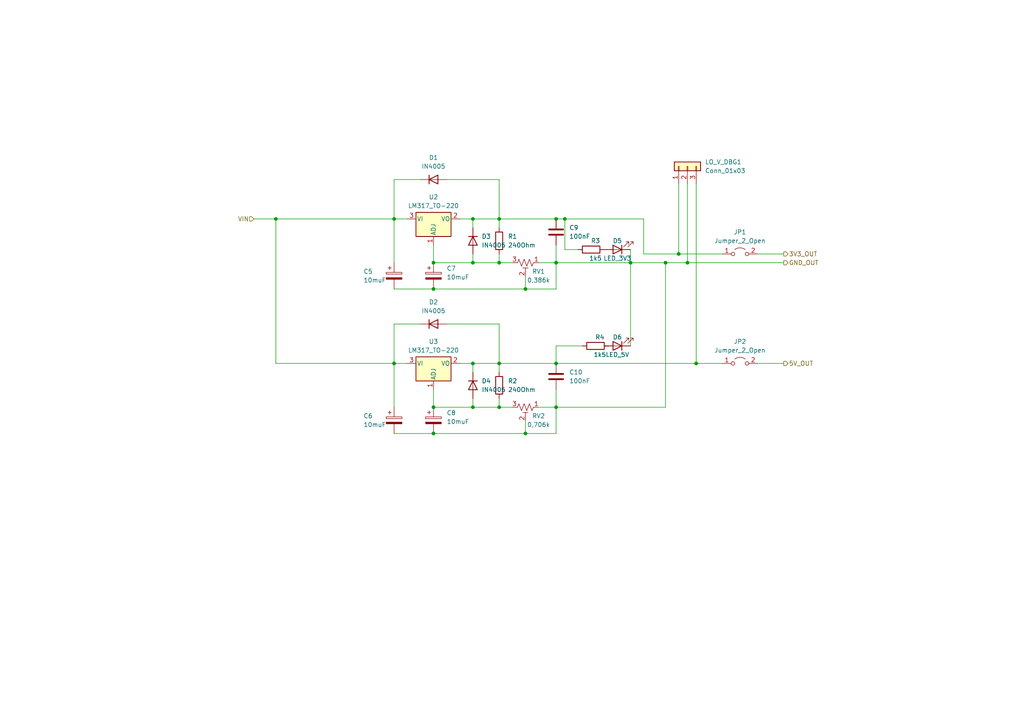
<source format=kicad_sch>
(kicad_sch (version 20230121) (generator eeschema)
  (paper "A4")
  (lib_symbols
    (symbol "Connector_Generic:Conn_01x03" (pin_names (offset 1.016) hide)
      (property "Reference" "J" (at 0 5.08 0))
      (property "Value" "Conn_01x03" (at 0 -5.08 0))
      (symbol "Conn_01x03_1_1"
        (rectangle (start -1.27 -2.413) (end 0 -2.667) (stroke (width 0.1524)))
        (rectangle (start -1.27 0.127) (end 0 -0.127) (stroke (width 0.1524)))
        (rectangle (start -1.27 2.667) (end 0 2.413) (stroke (width 0.1524)))
        (rectangle (start -1.27 3.81) (end 1.27 -3.81) (stroke (width 0.254)) (fill (type background)))
        (pin passive line (at -5.08 2.54 0) (length 3.81) (name "Pin_1") (number "1"))
        (pin passive line (at -5.08 0 0) (length 3.81) (name "Pin_2") (number "2"))
        (pin passive line (at -5.08 -2.54 0) (length 3.81) (name "Pin_3") (number "3"))
      )
    )
    (symbol "Device:C" (pin_numbers hide) (pin_names (offset 0.254))
      (property "Reference" "C" (at 0.635 2.54 0))
      (property "Value" "C" (at 0.635 -2.54 0))
      (symbol "C_0_1"
        (polyline (pts (xy -2.032 -0.762) (xy 2.032 -0.762)) (stroke (width 0.508)))
        (polyline (pts (xy -2.032 0.762) (xy 2.032 0.762)) (stroke (width 0.508)))
      )
      (symbol "C_1_1"
        (pin passive line (at 0 3.81 270) (length 2.794) (name "~") (number "1"))
        (pin passive line (at 0 -3.81 90) (length 2.794) (name "~") (number "2"))
      )
    )
    (symbol "Device:C_Polarized" (pin_numbers hide) (pin_names (offset 0.254))
      (property "Reference" "C" (at 0.635 2.54 0))
      (property "Value" "C_Polarized" (at 0.635 -2.54 0))
      (symbol "C_Polarized_0_1"
        (rectangle (start -2.286 0.508) (end 2.286 1.016))
        (polyline (pts (xy -1.778 2.286) (xy -0.762 2.286)))
        (polyline (pts (xy -1.27 2.794) (xy -1.27 1.778)))
        (rectangle (start 2.286 -0.508) (end -2.286 -1.016) (fill (type outline)))
      )
      (symbol "C_Polarized_1_1"
        (pin passive line (at 0 3.81 270) (length 2.794) (name "~") (number "1"))
        (pin passive line (at 0 -3.81 90) (length 2.794) (name "~") (number "2"))
      )
    )
    (symbol "Device:D" (pin_numbers hide) (pin_names (offset 1.016) hide)
      (property "Reference" "D" (at 0 2.54 0))
      (property "Value" "D" (at 0 -2.54 0))
      (symbol "D_0_1"
        (polyline (pts (xy -1.27 1.27) (xy -1.27 -1.27)) (stroke (width 0.254)))
        (polyline (pts (xy 1.27 0) (xy -1.27 0)))
        (polyline (pts (xy 1.27 1.27) (xy 1.27 -1.27) (xy -1.27 0) (xy 1.27 1.27)) (stroke (width 0.254)))
      )
      (symbol "D_1_1"
        (pin passive line (at -3.81 0 0) (length 2.54) (name "K") (number "1"))
        (pin passive line (at 3.81 0 180) (length 2.54) (name "A") (number "2"))
      )
    )
    (symbol "Device:LED" (pin_numbers hide) (pin_names (offset 1.016) hide)
      (property "Reference" "D" (at 0 2.54 0))
      (property "Value" "LED" (at 0 -2.54 0))
      (symbol "LED_0_1"
        (polyline (pts (xy -1.27 -1.27) (xy -1.27 1.27)) (stroke (width 0.254)))
        (polyline (pts (xy -1.27 0) (xy 1.27 0)))
        (polyline (pts (xy 1.27 -1.27) (xy 1.27 1.27) (xy -1.27 0) (xy 1.27 -1.27)) (stroke (width 0.254)))
        (polyline (pts (xy -3.048 -0.762) (xy -4.572 -2.286) (xy -3.81 -2.286) (xy -4.572 -2.286) (xy -4.572 -1.524)))
        (polyline (pts (xy -1.778 -0.762) (xy -3.302 -2.286) (xy -2.54 -2.286) (xy -3.302 -2.286) (xy -3.302 -1.524)))
      )
      (symbol "LED_1_1"
        (pin passive line (at -3.81 0 0) (length 2.54) (name "K") (number "1"))
        (pin passive line (at 3.81 0 180) (length 2.54) (name "A") (number "2"))
      )
    )
    (symbol "Device:R" (pin_numbers hide) (pin_names (offset 0))
      (property "Reference" "R" (at 2.032 0 90))
      (property "Value" "R" (at 0 0 90))
      (symbol "R_0_1"
        (rectangle (start -1.016 -2.54) (end 1.016 2.54) (stroke (width 0.254)))
      )
      (symbol "R_1_1"
        (pin passive line (at 0 3.81 270) (length 1.27) (name "~") (number "1"))
        (pin passive line (at 0 -3.81 90) (length 1.27) (name "~") (number "2"))
      )
    )
    (symbol "Device:R_Potentiometer_Trim_US" (pin_names (offset 1.016) hide)
      (property "Reference" "RV" (at -4.445 0 90))
      (property "Value" "R_Potentiometer_Trim_US" (at -2.54 0 90))
      (symbol "R_Potentiometer_Trim_US_0_1"
        (polyline (pts (xy 0 -2.286) (xy 0 -2.54)))
        (polyline (pts (xy 0 2.286) (xy 0 2.54)))
        (polyline (pts (xy 1.524 0.762) (xy 1.524 -0.762)))
        (polyline (pts (xy 2.54 0) (xy 1.524 0)))
        (polyline (pts (xy 0 -0.762) (xy 1.016 -1.143) (xy 0 -1.524) (xy -1.016 -1.905) (xy 0 -2.286)))
        (polyline (pts (xy 0 0.762) (xy 1.016 0.381) (xy 0 0) (xy -1.016 -0.381) (xy 0 -0.762)))
        (polyline (pts (xy 0 2.286) (xy 1.016 1.905) (xy 0 1.524) (xy -1.016 1.143) (xy 0 0.762)))
      )
      (symbol "R_Potentiometer_Trim_US_1_1"
        (pin passive line (at 0 3.81 270) (length 1.27) (name "1") (number "1"))
        (pin passive line (at 3.81 0 180) (length 1.27) (name "2") (number "2"))
        (pin passive line (at 0 -3.81 90) (length 1.27) (name "3") (number "3"))
      )
    )
    (symbol "Jumper:Jumper_2_Open" (pin_names (offset 0) hide)
      (property "Reference" "JP" (at 0 2.794 0))
      (property "Value" "Jumper_2_Open" (at 0 -2.286 0))
      (symbol "Jumper_2_Open_0_0"
        (circle (center -2.032 0) (radius 0.508))
        (circle (center 2.032 0) (radius 0.508))
      )
      (symbol "Jumper_2_Open_0_1"
        (arc (start 1.524 1.27) (mid 0 1.778) (end -1.524 1.27))
      )
      (symbol "Jumper_2_Open_1_1"
        (pin passive line (at -5.08 0 0) (length 2.54) (name "A") (number "1"))
        (pin passive line (at 5.08 0 180) (length 2.54) (name "B") (number "2"))
      )
    )
    (symbol "Regulator_Linear:LM317_TO-220" (pin_names (offset 0.254))
      (property "Reference" "U" (at -3.81 3.175 0))
      (property "Value" "LM317_TO-220" (at 0 3.175 0))
      (symbol "LM317_TO-220_0_1"
        (rectangle (start -5.08 1.905) (end 5.08 -5.08) (stroke (width 0.254)) (fill (type background)))
      )
      (symbol "LM317_TO-220_1_1"
        (pin input line (at 0 -7.62 90) (length 2.54) (name "ADJ") (number "1"))
        (pin power_out line (at 7.62 0 180) (length 2.54) (name "VO") (number "2"))
        (pin power_in line (at -7.62 0 0) (length 2.54) (name "VI") (number "3"))
      )
    )
  )
  (junction (at 161.29 118.11))
  (junction (at 125.73 125.73))
  (junction (at 80.01 63.5))
  (junction (at 137.16 105.41))
  (junction (at 144.78 63.5))
  (junction (at 161.29 76.2))
  (junction (at 137.16 76.2))
  (junction (at 144.78 118.11))
  (junction (at 144.78 105.41))
  (junction (at 193.04 76.2))
  (junction (at 163.83 63.5))
  (junction (at 137.16 118.11))
  (junction (at 152.4 83.82))
  (junction (at 125.73 118.11))
  (junction (at 201.93 105.41))
  (junction (at 114.3 105.41))
  (junction (at 196.85 73.66))
  (junction (at 125.73 76.2))
  (junction (at 161.29 105.41))
  (junction (at 144.78 76.2))
  (junction (at 182.88 76.2))
  (junction (at 125.73 83.82))
  (junction (at 114.3 63.5))
  (junction (at 199.39 76.2))
  (junction (at 152.4 125.73))
  (junction (at 161.29 63.5))
  (junction (at 137.16 63.5))
  (wire (pts (xy 144.78 115.57) (xy 144.78 118.11)))
  (wire (pts (xy 175.26 100.33) (xy 176.53 100.33)))
  (wire (pts (xy 163.83 63.5) (xy 186.69 63.5)))
  (wire (pts (xy 137.16 73.66) (xy 137.16 76.2)))
  (wire (pts (xy 144.78 105.41) (xy 144.78 107.95)))
  (wire (pts (xy 152.4 80.01) (xy 152.4 83.82)))
  (wire (pts (xy 73.66 63.5) (xy 80.01 63.5)))
  (wire (pts (xy 201.93 53.34) (xy 201.93 105.41)))
  (wire (pts (xy 219.71 73.66) (xy 227.33 73.66)))
  (wire (pts (xy 121.92 52.07) (xy 114.3 52.07)))
  (wire (pts (xy 137.16 63.5) (xy 144.78 63.5)))
  (wire (pts (xy 193.04 76.2) (xy 199.39 76.2)))
  (wire (pts (xy 125.73 113.03) (xy 125.73 118.11)))
  (wire (pts (xy 114.3 93.98) (xy 114.3 105.41)))
  (wire (pts (xy 137.16 115.57) (xy 137.16 118.11)))
  (wire (pts (xy 144.78 76.2) (xy 148.59 76.2)))
  (wire (pts (xy 80.01 63.5) (xy 114.3 63.5)))
  (wire (pts (xy 114.3 52.07) (xy 114.3 63.5)))
  (wire (pts (xy 156.21 118.11) (xy 161.29 118.11)))
  (wire (pts (xy 114.3 125.73) (xy 125.73 125.73)))
  (wire (pts (xy 199.39 76.2) (xy 227.33 76.2)))
  (wire (pts (xy 137.16 76.2) (xy 144.78 76.2)))
  (wire (pts (xy 182.88 72.39) (xy 182.88 76.2)))
  (wire (pts (xy 137.16 63.5) (xy 137.16 66.04)))
  (wire (pts (xy 133.35 105.41) (xy 137.16 105.41)))
  (wire (pts (xy 199.39 53.34) (xy 199.39 76.2)))
  (wire (pts (xy 144.78 63.5) (xy 144.78 66.04)))
  (wire (pts (xy 144.78 63.5) (xy 161.29 63.5)))
  (wire (pts (xy 125.73 83.82) (xy 152.4 83.82)))
  (wire (pts (xy 125.73 76.2) (xy 137.16 76.2)))
  (wire (pts (xy 168.91 100.33) (xy 161.29 100.33)))
  (wire (pts (xy 137.16 105.41) (xy 137.16 107.95)))
  (wire (pts (xy 152.4 125.73) (xy 161.29 125.73)))
  (wire (pts (xy 182.88 76.2) (xy 193.04 76.2)))
  (wire (pts (xy 114.3 63.5) (xy 114.3 76.2)))
  (wire (pts (xy 167.64 72.39) (xy 163.83 72.39)))
  (wire (pts (xy 125.73 125.73) (xy 152.4 125.73)))
  (wire (pts (xy 121.92 93.98) (xy 114.3 93.98)))
  (wire (pts (xy 152.4 83.82) (xy 161.29 83.82)))
  (wire (pts (xy 125.73 118.11) (xy 137.16 118.11)))
  (wire (pts (xy 137.16 105.41) (xy 144.78 105.41)))
  (wire (pts (xy 125.73 71.12) (xy 125.73 76.2)))
  (wire (pts (xy 161.29 83.82) (xy 161.29 76.2)))
  (wire (pts (xy 182.88 76.2) (xy 182.88 100.33)))
  (wire (pts (xy 114.3 105.41) (xy 118.11 105.41)))
  (wire (pts (xy 163.83 72.39) (xy 163.83 63.5)))
  (wire (pts (xy 186.69 63.5) (xy 186.69 73.66)))
  (wire (pts (xy 144.78 105.41) (xy 161.29 105.41)))
  (wire (pts (xy 161.29 105.41) (xy 201.93 105.41)))
  (wire (pts (xy 144.78 105.41) (xy 144.78 93.98)))
  (wire (pts (xy 161.29 76.2) (xy 182.88 76.2)))
  (wire (pts (xy 161.29 76.2) (xy 156.21 76.2)))
  (wire (pts (xy 80.01 63.5) (xy 80.01 105.41)))
  (wire (pts (xy 219.71 105.41) (xy 227.33 105.41)))
  (wire (pts (xy 114.3 83.82) (xy 125.73 83.82)))
  (wire (pts (xy 133.35 63.5) (xy 137.16 63.5)))
  (wire (pts (xy 152.4 121.92) (xy 152.4 125.73)))
  (wire (pts (xy 196.85 53.34) (xy 196.85 73.66)))
  (wire (pts (xy 137.16 118.11) (xy 144.78 118.11)))
  (wire (pts (xy 144.78 52.07) (xy 129.54 52.07)))
  (wire (pts (xy 196.85 73.66) (xy 209.55 73.66)))
  (wire (pts (xy 161.29 100.33) (xy 161.29 105.41)))
  (wire (pts (xy 114.3 105.41) (xy 80.01 105.41)))
  (wire (pts (xy 161.29 125.73) (xy 161.29 118.11)))
  (wire (pts (xy 114.3 118.11) (xy 114.3 105.41)))
  (wire (pts (xy 144.78 93.98) (xy 129.54 93.98)))
  (wire (pts (xy 161.29 63.5) (xy 163.83 63.5)))
  (wire (pts (xy 161.29 113.03) (xy 161.29 118.11)))
  (wire (pts (xy 144.78 63.5) (xy 144.78 52.07)))
  (wire (pts (xy 144.78 118.11) (xy 148.59 118.11)))
  (wire (pts (xy 201.93 105.41) (xy 209.55 105.41)))
  (wire (pts (xy 144.78 73.66) (xy 144.78 76.2)))
  (wire (pts (xy 186.69 73.66) (xy 196.85 73.66)))
  (wire (pts (xy 161.29 118.11) (xy 193.04 118.11)))
  (wire (pts (xy 193.04 76.2) (xy 193.04 118.11)))
  (wire (pts (xy 114.3 63.5) (xy 118.11 63.5)))
  (wire (pts (xy 161.29 71.12) (xy 161.29 76.2)))
  (hierarchical_label "VIN" (shape input) (at 73.66 63.5 180))
  (hierarchical_label "3V3_OUT" (shape output) (at 227.33 73.66 0))
  (hierarchical_label "5V_OUT" (shape output) (at 227.33 105.41 0))
  (hierarchical_label "GND_OUT" (shape output) (at 227.33 76.2 0))
  (symbol (lib_id "Device:C_Polarized") (at 114.3 121.92 0) (unit 1)
    (property "Reference" "C6" (at 105.41 120.65 0) (effects (justify left)))
    (property "Value" "10muF" (at 105.41 123.19 0) (effects (justify left)))
    (property "Footprint" "Capacitor_THT:CP_Radial_D5.0mm_P2.00mm" (effects hide))
    (instances (project "torso" (path "" (reference "C6") (unit 1))) (project "shoulder" (path "" (reference "C20") (unit 1))) (project "shoulder" (path "" (reference "C11") (unit 1))))
  )
  (symbol (lib_id "Device:R") (at 144.78 111.76 0) (unit 1)
    (property "Reference" "R2" (at 147.32 110.49 0) (effects (justify left)))
    (property "Value" "240Ohm" (at 147.32 113.03 0) (effects (justify left)))
    (property "Footprint" "Resistor_SMD:R_0805_2012Metric" (effects hide))
    (instances (project "torso" (path "" (reference "R2") (unit 1))) (project "shoulder" (path "" (reference "R30") (unit 1))) (project "shoulder" (path "" (reference "R9") (unit 1))))
  )
  (symbol (lib_id "Regulator_Linear:LM317_TO-220") (at 125.73 105.41 0) (unit 1)
    (property "Reference" "U3" (at 125.73 99.06 0))
    (property "Value" "LM317_TO-220" (at 125.73 101.6 0))
    (property "Footprint" "Package_TO_SOT_THT:TO-220-3_Horizontal_TabDown" (effects hide))
    (property "Datasheet" "http://www.ti.com/lit/ds/symlink/lm317.pdf" (effects hide))
    (instances (project "torso" (path "" (reference "U3") (unit 1))) (project "shoulder" (path "" (reference "U4") (unit 1))) (project "shoulder" (path "" (reference "U5") (unit 1))))
  )
  (symbol (lib_id "Device:R") (at 171.45 72.39 90) (unit 1)
    (property "Reference" "R3" (at 172.72 69.85 90))
    (property "Value" "1k5" (at 172.72 74.93 90))
    (property "Footprint" "Resistor_SMD:R_0805_2012Metric" (effects hide))
    (instances (project "torso" (path "" (reference "R3") (unit 1))) (project "shoulder" (path "" (reference "R33") (unit 1))) (project "shoulder" (path "" (reference "R10") (unit 1))))
  )
  (symbol (lib_id "Device:R_Potentiometer_Trim_US") (at 152.4 76.2 270) (unit 1)
    (property "Reference" "RV1" (at 156.21 78.74 90))
    (property "Value" "0,386k" (at 156.21 81.28 90))
    (property "Footprint" "Potentiometer_THT:Potentiometer_Bourns_3006P_Horizontal" (effects hide))
  )
  (symbol (lib_id "Device:D") (at 125.73 93.98 0) (unit 1)
    (property "Reference" "D2" (at 125.73 87.63 0))
    (property "Value" "IN4005" (at 125.73 90.17 0))
    (property "Footprint" "Diode_THT:D_T-1_P5.08mm_Horizontal" (effects hide))
    (property "Sim.Device" "D" (effects hide))
    (property "Sim.Pins" "1=K 2=A" (effects hide))
    (instances (project "torso" (path "" (reference "D2") (unit 1))) (project "shoulder" (path "" (reference "D4") (unit 1))) (project "shoulder" (path "" (reference "D2") (unit 1))))
  )
  (symbol (lib_id "Device:C_Polarized") (at 125.73 121.92 0) (unit 1)
    (property "Reference" "C8" (at 129.54 119.761 0) (effects (justify left)))
    (property "Value" "10muF" (at 129.54 122.301 0) (effects (justify left)))
    (property "Footprint" "Capacitor_THT:CP_Radial_D5.0mm_P2.00mm" (effects hide))
    (instances (project "torso" (path "" (reference "C8") (unit 1))) (project "shoulder" (path "" (reference "C16") (unit 1))) (project "shoulder" (path "" (reference "C13") (unit 1))))
  )
  (symbol (lib_id "Device:C") (at 161.29 109.22 0) (unit 1)
    (property "Reference" "C10" (at 165.1 107.95 0) (effects (justify left)))
    (property "Value" "100nF" (at 165.1 110.49 0) (effects (justify left)))
    (property "Footprint" "Capacitor_SMD:C_0603_1608Metric" (effects hide))
    (instances (project "torso" (path "" (reference "C10") (unit 1))) (project "shoulder" (path "" (reference "C18") (unit 1))) (project "shoulder" (path "" (reference "C15") (unit 1))))
  )
  (symbol (lib_id "Device:R_Potentiometer_Trim_US") (at 152.4 118.11 270) (unit 1)
    (property "Reference" "RV2" (at 156.21 120.65 90))
    (property "Value" "0,706k" (at 156.21 123.19 90))
    (property "Footprint" "Potentiometer_THT:Potentiometer_Bourns_3006P_Horizontal" (effects hide))
  )
  (symbol (lib_id "Jumper:Jumper_2_Open") (at 214.63 105.41 0) (unit 1)
    (property "Reference" "JP2" (at 214.63 99.06 0))
    (property "Value" "Jumper_2_Open" (at 214.63 101.6 0))
    (property "Footprint" "Connector_PinHeader_2.54mm:PinHeader_1x02_P2.54mm_Vertical" (effects hide))
  )
  (symbol (lib_id "Device:D") (at 137.16 69.85 270) (unit 1)
    (property "Reference" "D3" (at 139.7 68.58 90) (effects (justify left)))
    (property "Value" "IN4005" (at 139.7 71.12 90) (effects (justify left)))
    (property "Footprint" "Diode_THT:D_T-1_P5.08mm_Horizontal" (effects hide))
    (property "Sim.Device" "D" (effects hide))
    (property "Sim.Pins" "1=K 2=A" (effects hide))
    (instances (project "torso" (path "" (reference "D3") (unit 1))) (project "shoulder" (path "" (reference "D5") (unit 1))) (project "shoulder" (path "" (reference "D3") (unit 1))))
  )
  (symbol (lib_id "Connector_Generic:Conn_01x03") (at 199.39 48.26 90) (unit 1)
    (property "Reference" "LO_V_DBG1" (at 204.47 46.99 90) (effects (justify right)))
    (property "Value" "Conn_01x03" (at 204.47 49.53 90) (effects (justify right)))
    (property "Footprint" "Connector_PinHeader_2.54mm:PinHeader_1x03_P2.54mm_Vertical" (effects hide))
    (instances (project "torso" (path "" (reference "LO_V_DBG1") (unit 1))) (project "shoulder" (path "" (reference "J3") (unit 1))))
  )
  (symbol (lib_id "Device:R") (at 144.78 69.85 0) (unit 1)
    (property "Reference" "R1" (at 147.32 68.58 0) (effects (justify left)))
    (property "Value" "240Ohm" (at 147.32 71.12 0) (effects (justify left)))
    (property "Footprint" "Resistor_SMD:R_0805_2012Metric" (effects hide))
    (instances (project "torso" (path "" (reference "R1") (unit 1))) (project "shoulder" (path "" (reference "R29") (unit 1))) (project "shoulder" (path "" (reference "R8") (unit 1))))
  )
  (symbol (lib_id "Device:C_Polarized") (at 125.73 80.01 0) (unit 1)
    (property "Reference" "C7" (at 129.54 77.851 0) (effects (justify left)))
    (property "Value" "10muF" (at 129.54 80.391 0) (effects (justify left)))
    (property "Footprint" "Capacitor_THT:CP_Radial_D5.0mm_P2.00mm" (effects hide))
    (instances (project "torso" (path "" (reference "C7") (unit 1))) (project "shoulder" (path "" (reference "C15") (unit 1))) (project "shoulder" (path "" (reference "C12") (unit 1))))
  )
  (symbol (lib_id "Jumper:Jumper_2_Open") (at 214.63 73.66 0) (unit 1)
    (property "Reference" "JP1" (at 214.63 67.31 0))
    (property "Value" "Jumper_2_Open" (at 214.63 69.85 0))
    (property "Footprint" "Connector_PinHeader_2.54mm:PinHeader_1x02_P2.54mm_Vertical" (effects hide))
  )
  (symbol (lib_id "Device:C_Polarized") (at 114.3 80.01 0) (unit 1)
    (property "Reference" "C5" (at 105.41 78.74 0) (effects (justify left)))
    (property "Value" "10muF" (at 105.41 81.28 0) (effects (justify left)))
    (property "Footprint" "Capacitor_THT:CP_Radial_D5.0mm_P2.00mm" (effects hide))
    (instances (project "torso" (path "" (reference "C5") (unit 1))) (project "shoulder" (path "" (reference "C19") (unit 1))) (project "shoulder" (path "" (reference "C10") (unit 1))))
  )
  (symbol (lib_id "Device:LED") (at 179.07 100.33 180) (unit 1)
    (property "Reference" "D6" (at 179.07 97.79 0))
    (property "Value" "LED_5V" (at 179.07 102.87 0))
    (property "Footprint" "LED_SMD:LED_0603_1608Metric" (effects hide))
    (instances (project "torso" (path "" (reference "D6") (unit 1))) (project "shoulder" (path "" (reference "D8") (unit 1))) (project "shoulder" (path "" (reference "D6") (unit 1))))
  )
  (symbol (lib_id "Device:C") (at 161.29 67.31 0) (unit 1)
    (property "Reference" "C9" (at 165.1 66.04 0) (effects (justify left)))
    (property "Value" "100nF" (at 165.1 68.58 0) (effects (justify left)))
    (property "Footprint" "Capacitor_SMD:C_0603_1608Metric" (effects hide))
    (instances (project "torso" (path "" (reference "C9") (unit 1))) (project "shoulder" (path "" (reference "C17") (unit 1))) (project "shoulder" (path "" (reference "C14") (unit 1))))
  )
  (symbol (lib_id "Regulator_Linear:LM317_TO-220") (at 125.73 63.5 0) (unit 1)
    (property "Reference" "U2" (at 125.73 57.15 0))
    (property "Value" "LM317_TO-220" (at 125.73 59.69 0))
    (property "Footprint" "Package_TO_SOT_THT:TO-220-3_Horizontal_TabDown" (effects hide))
    (property "Datasheet" "http://www.ti.com/lit/ds/symlink/lm317.pdf" (effects hide))
    (instances (project "torso" (path "" (reference "U2") (unit 1))) (project "shoulder" (path "" (reference "U3") (unit 1))) (project "shoulder" (path "" (reference "U4") (unit 1))))
  )
  (symbol (lib_id "Device:D") (at 137.16 111.76 270) (unit 1)
    (property "Reference" "D4" (at 139.7 110.49 90) (effects (justify left)))
    (property "Value" "IN4005" (at 139.7 113.03 90) (effects (justify left)))
    (property "Footprint" "Diode_THT:D_T-1_P5.08mm_Horizontal" (effects hide))
    (property "Sim.Device" "D" (effects hide))
    (property "Sim.Pins" "1=K 2=A" (effects hide))
    (instances (project "torso" (path "" (reference "D4") (unit 1))) (project "shoulder" (path "" (reference "D6") (unit 1))) (project "shoulder" (path "" (reference "D4") (unit 1))))
  )
  (symbol (lib_id "Device:D") (at 125.73 52.07 0) (unit 1)
    (property "Reference" "D1" (at 125.73 45.72 0))
    (property "Value" "IN4005" (at 125.73 48.26 0))
    (property "Footprint" "Diode_THT:D_T-1_P5.08mm_Horizontal" (effects hide))
    (property "Sim.Device" "D" (effects hide))
    (property "Sim.Pins" "1=K 2=A" (effects hide))
    (instances (project "torso" (path "" (reference "D1") (unit 1))) (project "shoulder" (path "" (reference "D3") (unit 1))) (project "shoulder" (path "" (reference "D1") (unit 1))))
  )
  (symbol (lib_id "Device:R") (at 172.72 100.33 90) (unit 1)
    (property "Reference" "R4" (at 173.99 97.79 90))
    (property "Value" "1k5" (at 173.99 102.87 90))
    (property "Footprint" "Resistor_SMD:R_0805_2012Metric" (effects hide))
    (instances (project "torso" (path "" (reference "R4") (unit 1))) (project "shoulder" (path "" (reference "R34") (unit 1))) (project "shoulder" (path "" (reference "R11") (unit 1))))
  )
  (symbol (lib_id "Device:LED") (at 179.07 72.39 180) (unit 1)
    (property "Reference" "D5" (at 179.07 69.85 0))
    (property "Value" "LED_3V3" (at 179.07 74.93 0))
    (property "Footprint" "LED_SMD:LED_0603_1608Metric" (effects hide))
    (instances (project "torso" (path "" (reference "D5") (unit 1))) (project "shoulder" (path "" (reference "D7") (unit 1))) (project "shoulder" (path "" (reference "D5") (unit 1))))
  )
)
</source>
